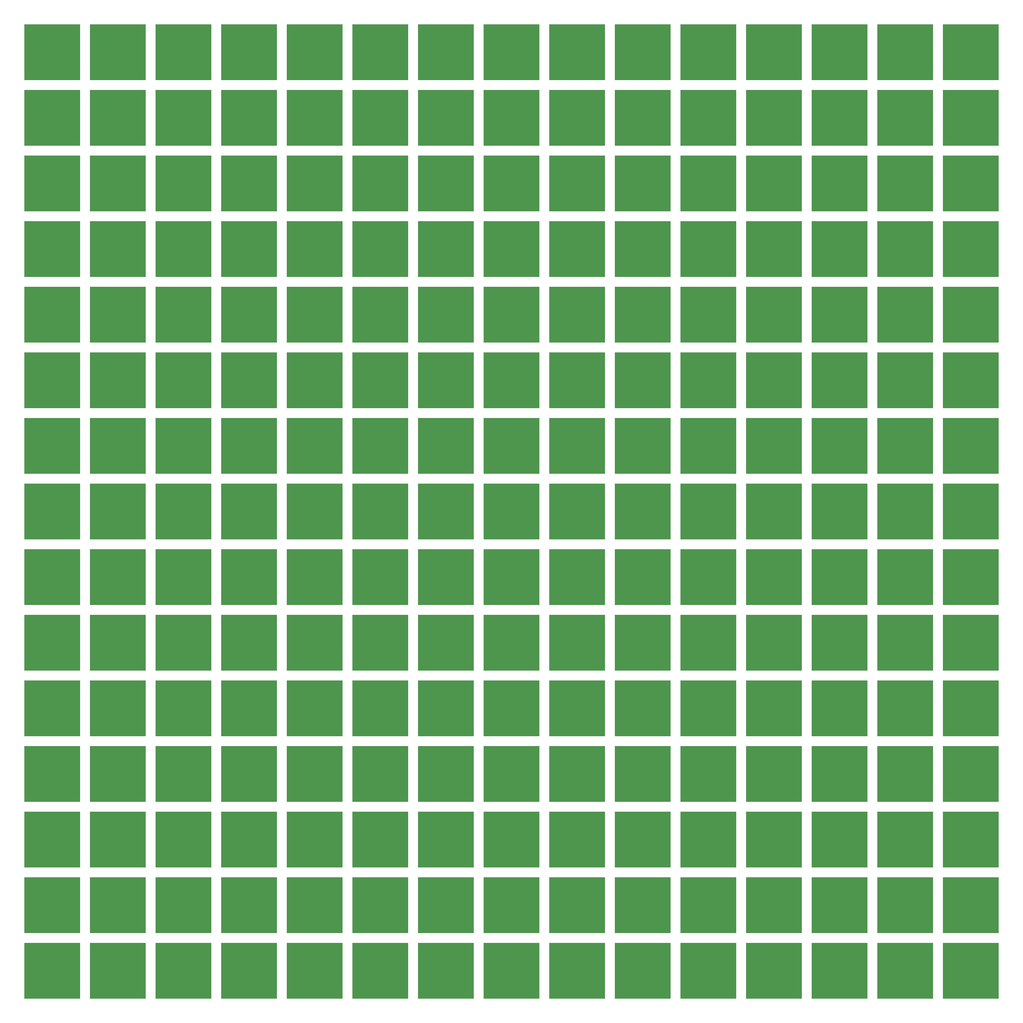
<source format=gtp>
G04 Layer_Color=8421504*
%FSLAX25Y25*%
%MOIN*%
G70*
G01*
G75*
%ADD10R,0.68000X0.68000*%
D10*
X1560000Y1240000D02*
D03*
X440000D02*
D03*
X520000D02*
D03*
X680000D02*
D03*
X600000D02*
D03*
X840000D02*
D03*
X760000D02*
D03*
X1000000D02*
D03*
X920000D02*
D03*
X1160000D02*
D03*
X1080000D02*
D03*
X1320000D02*
D03*
X1240000D02*
D03*
X1480000D02*
D03*
X1400000D02*
D03*
X1560000Y1160000D02*
D03*
X1480000D02*
D03*
X1400000D02*
D03*
X1320000D02*
D03*
X1240000D02*
D03*
X1160000D02*
D03*
X1080000D02*
D03*
X1000000D02*
D03*
X920000D02*
D03*
X840000D02*
D03*
X760000D02*
D03*
X680000D02*
D03*
X600000D02*
D03*
X520000D02*
D03*
X440000D02*
D03*
Y1000000D02*
D03*
X520000D02*
D03*
X600000D02*
D03*
X680000D02*
D03*
X760000D02*
D03*
X840000D02*
D03*
X920000D02*
D03*
X1000000D02*
D03*
X1080000D02*
D03*
X1160000D02*
D03*
X1240000D02*
D03*
X1320000D02*
D03*
X1400000D02*
D03*
X1480000D02*
D03*
X1560000D02*
D03*
Y1080000D02*
D03*
X1400000D02*
D03*
X1480000D02*
D03*
X1240000D02*
D03*
X1320000D02*
D03*
X1080000D02*
D03*
X1160000D02*
D03*
X920000D02*
D03*
X1000000D02*
D03*
X760000D02*
D03*
X840000D02*
D03*
X600000D02*
D03*
X680000D02*
D03*
X520000D02*
D03*
X440000D02*
D03*
Y840000D02*
D03*
X520000D02*
D03*
X600000D02*
D03*
X680000D02*
D03*
X760000D02*
D03*
X840000D02*
D03*
X920000D02*
D03*
X1000000D02*
D03*
X1080000D02*
D03*
X1160000D02*
D03*
X1240000D02*
D03*
X1320000D02*
D03*
X1400000D02*
D03*
X1480000D02*
D03*
X1560000D02*
D03*
Y920000D02*
D03*
X1400000D02*
D03*
X1480000D02*
D03*
X1240000D02*
D03*
X1320000D02*
D03*
X1080000D02*
D03*
X1160000D02*
D03*
X920000D02*
D03*
X1000000D02*
D03*
X760000D02*
D03*
X840000D02*
D03*
X600000D02*
D03*
X680000D02*
D03*
X520000D02*
D03*
X440000D02*
D03*
Y680000D02*
D03*
X520000D02*
D03*
X600000D02*
D03*
X680000D02*
D03*
X760000D02*
D03*
X840000D02*
D03*
X920000D02*
D03*
X1000000D02*
D03*
X1080000D02*
D03*
X1160000D02*
D03*
X1240000D02*
D03*
X1320000D02*
D03*
X1400000D02*
D03*
X1480000D02*
D03*
X1560000D02*
D03*
Y760000D02*
D03*
X1400000D02*
D03*
X1480000D02*
D03*
X1240000D02*
D03*
X1320000D02*
D03*
X1080000D02*
D03*
X1160000D02*
D03*
X920000D02*
D03*
X1000000D02*
D03*
X760000D02*
D03*
X840000D02*
D03*
X600000D02*
D03*
X680000D02*
D03*
X520000D02*
D03*
X440000D02*
D03*
Y520000D02*
D03*
X520000D02*
D03*
X600000D02*
D03*
X680000D02*
D03*
X760000D02*
D03*
X840000D02*
D03*
X920000D02*
D03*
X1000000D02*
D03*
X1080000D02*
D03*
X1160000D02*
D03*
X1240000D02*
D03*
X1320000D02*
D03*
X1400000D02*
D03*
X1480000D02*
D03*
X1560000D02*
D03*
Y600000D02*
D03*
X1400000D02*
D03*
X1480000D02*
D03*
X1240000D02*
D03*
X1320000D02*
D03*
X1080000D02*
D03*
X1160000D02*
D03*
X920000D02*
D03*
X1000000D02*
D03*
X760000D02*
D03*
X840000D02*
D03*
X600000D02*
D03*
X680000D02*
D03*
X520000D02*
D03*
X440000D02*
D03*
Y360000D02*
D03*
X520000D02*
D03*
X600000D02*
D03*
X680000D02*
D03*
X760000D02*
D03*
X840000D02*
D03*
X920000D02*
D03*
X1000000D02*
D03*
X1080000D02*
D03*
X1160000D02*
D03*
X1240000D02*
D03*
X1320000D02*
D03*
X1400000D02*
D03*
X1480000D02*
D03*
X1560000D02*
D03*
Y440000D02*
D03*
X1400000D02*
D03*
X1480000D02*
D03*
X1240000D02*
D03*
X1320000D02*
D03*
X1080000D02*
D03*
X1160000D02*
D03*
X920000D02*
D03*
X1000000D02*
D03*
X760000D02*
D03*
X840000D02*
D03*
X600000D02*
D03*
X680000D02*
D03*
X520000D02*
D03*
X440000D02*
D03*
Y200000D02*
D03*
X520000D02*
D03*
X600000D02*
D03*
X680000D02*
D03*
X760000D02*
D03*
X840000D02*
D03*
X920000D02*
D03*
X1000000D02*
D03*
X1080000D02*
D03*
X1160000D02*
D03*
X1240000D02*
D03*
X1320000D02*
D03*
X1400000D02*
D03*
X1480000D02*
D03*
X1560000D02*
D03*
Y280000D02*
D03*
X1400000D02*
D03*
X1480000D02*
D03*
X1240000D02*
D03*
X1320000D02*
D03*
X1080000D02*
D03*
X1160000D02*
D03*
X920000D02*
D03*
X1000000D02*
D03*
X760000D02*
D03*
X840000D02*
D03*
X600000D02*
D03*
X680000D02*
D03*
X520000D02*
D03*
X440000D02*
D03*
X1560000Y120000D02*
D03*
X1400000D02*
D03*
X1240000D02*
D03*
X1320000D02*
D03*
X1080000D02*
D03*
X1160000D02*
D03*
X920000D02*
D03*
X1000000D02*
D03*
X760000D02*
D03*
X840000D02*
D03*
X600000D02*
D03*
X680000D02*
D03*
X520000D02*
D03*
X440000D02*
D03*
X1480000D02*
D03*
M02*

</source>
